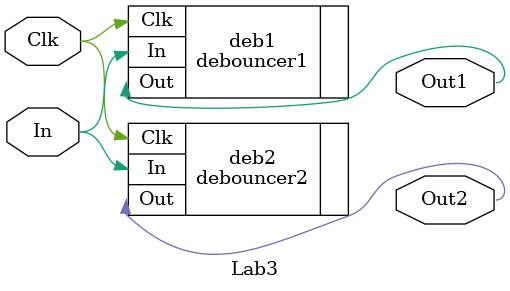
<source format=v>
module Lab3(Clk,In,Out1,Out2);

	input Clk, In;
	output Out1, Out2;

	debouncer1 deb1(.Clk(Clk), .In(In), .Out(Out1)); 
	debouncer2 deb2(.Clk(Clk), .In(In), .Out(Out2)); 
	
endmodule

</source>
